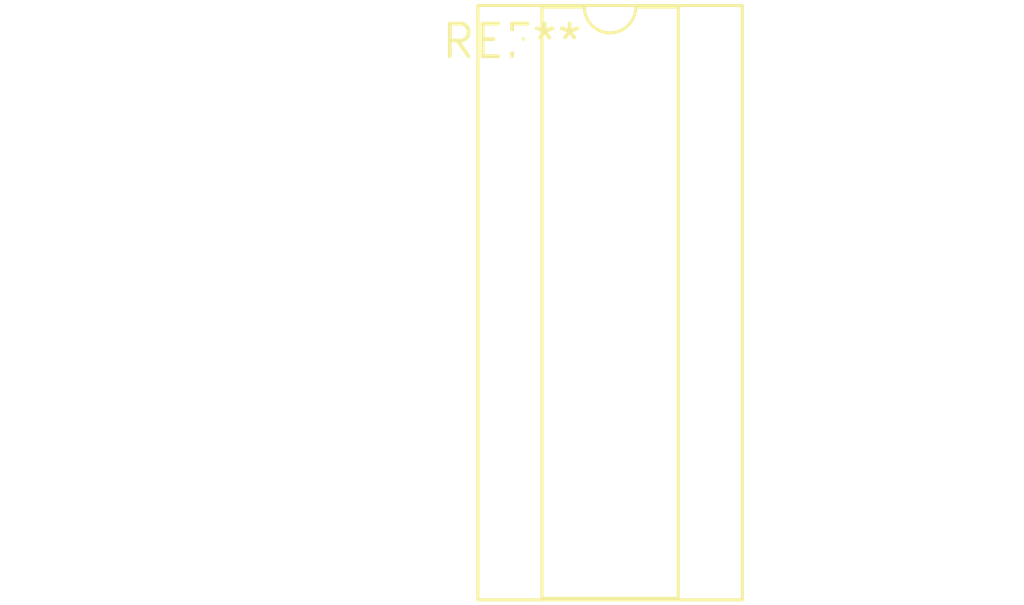
<source format=kicad_pcb>
(kicad_pcb (version 20240108) (generator pcbnew)
  (layers (0 "F.Cu" signal) (31 "B.Cu" signal) (34 "B.Paste" user) (35 "F.Paste" user) (36 "B.SilkS" user "B.Silkscreen") (37 "F.SilkS" user "F.Silkscreen") (38 "B.Mask" user) (39 "F.Mask" user) (44 "Edge.Cuts" user))
  (net 0 "")
  (footprint "CERDIP-18_W7.62mm_SideBrazed_Socket" (layer "F.Cu") (at 0 0)
    (property "Reference" "REF**")
    (property "Value" "CERDIP-18_W7.62mm_SideBrazed_Socket")
    (fp_line (start -1.33 -1.39) (end -1.33 21.71) (layer "F.SilkS") (stroke (width 0.12)))
    (fp_line (start -1.33 21.71) (end 8.95 21.71) (layer "F.SilkS") (stroke (width 0.12)))
    (fp_line (start 1.16 -1.33) (end 1.16 21.65) (layer "F.SilkS") (stroke (width 0.12)))
    (fp_line (start 1.16 21.65) (end 6.46 21.65) (layer "F.SilkS") (stroke (width 0.12)))
    (fp_line (start 2.81 -1.33) (end 1.16 -1.33) (layer "F.SilkS") (stroke (width 0.12)))
    (fp_line (start 6.46 -1.33) (end 4.81 -1.33) (layer "F.SilkS") (stroke (width 0.12)))
    (fp_line (start 6.46 21.65) (end 6.46 -1.33) (layer "F.SilkS") (stroke (width 0.12)))
    (fp_line (start 8.95 -1.39) (end -1.33 -1.39) (layer "F.SilkS") (stroke (width 0.12)))
    (fp_line (start 8.95 21.71) (end 8.95 -1.39) (layer "F.SilkS") (stroke (width 0.12)))
    (fp_arc (start 4.81 -1.33) (mid 3.81 -0.33) (end 2.81 -1.33) (layer "F.SilkS") (stroke (width 0.12)))
    (pad "1" thru_hole rect (at 0 0) (size 1.6 1.6) (drill 0.8) (layers *.Cu *.Mask) (remove_unused_layers))
    (pad "2" thru_hole circle (at 0 2.54) (size 1.6 1.6) (drill 0.8) (layers *.Cu *.Mask) (remove_unused_layers))
    (pad "3" thru_hole circle (at 0 5.08) (size 1.6 1.6) (drill 0.8) (layers *.Cu *.Mask) (remove_unused_layers))
    (pad "4" thru_hole circle (at 0 7.62) (size 1.6 1.6) (drill 0.8) (layers *.Cu *.Mask) (remove_unused_layers))
    (pad "5" thru_hole circle (at 0 10.16) (size 1.6 1.6) (drill 0.8) (layers *.Cu *.Mask) (remove_unused_layers))
    (pad "6" thru_hole circle (at 0 12.7) (size 1.6 1.6) (drill 0.8) (layers *.Cu *.Mask) (remove_unused_layers))
    (pad "7" thru_hole circle (at 0 15.24) (size 1.6 1.6) (drill 0.8) (layers *.Cu *.Mask) (remove_unused_layers))
    (pad "8" thru_hole circle (at 0 17.78) (size 1.6 1.6) (drill 0.8) (layers *.Cu *.Mask) (remove_unused_layers))
    (pad "9" thru_hole circle (at 0 20.32) (size 1.6 1.6) (drill 0.8) (layers *.Cu *.Mask) (remove_unused_layers))
    (pad "10" thru_hole circle (at 7.62 20.32) (size 1.6 1.6) (drill 0.8) (layers *.Cu *.Mask) (remove_unused_layers))
    (pad "11" thru_hole circle (at 7.62 17.78) (size 1.6 1.6) (drill 0.8) (layers *.Cu *.Mask) (remove_unused_layers))
    (pad "12" thru_hole circle (at 7.62 15.24) (size 1.6 1.6) (drill 0.8) (layers *.Cu *.Mask) (remove_unused_layers))
    (pad "13" thru_hole circle (at 7.62 12.7) (size 1.6 1.6) (drill 0.8) (layers *.Cu *.Mask) (remove_unused_layers))
    (pad "14" thru_hole circle (at 7.62 10.16) (size 1.6 1.6) (drill 0.8) (layers *.Cu *.Mask) (remove_unused_layers))
    (pad "15" thru_hole circle (at 7.62 7.62) (size 1.6 1.6) (drill 0.8) (layers *.Cu *.Mask) (remove_unused_layers))
    (pad "16" thru_hole circle (at 7.62 5.08) (size 1.6 1.6) (drill 0.8) (layers *.Cu *.Mask) (remove_unused_layers))
    (pad "17" thru_hole circle (at 7.62 2.54) (size 1.6 1.6) (drill 0.8) (layers *.Cu *.Mask) (remove_unused_layers))
    (pad "18" thru_hole circle (at 7.62 0) (size 1.6 1.6) (drill 0.8) (layers *.Cu *.Mask) (remove_unused_layers))
  )
)
</source>
